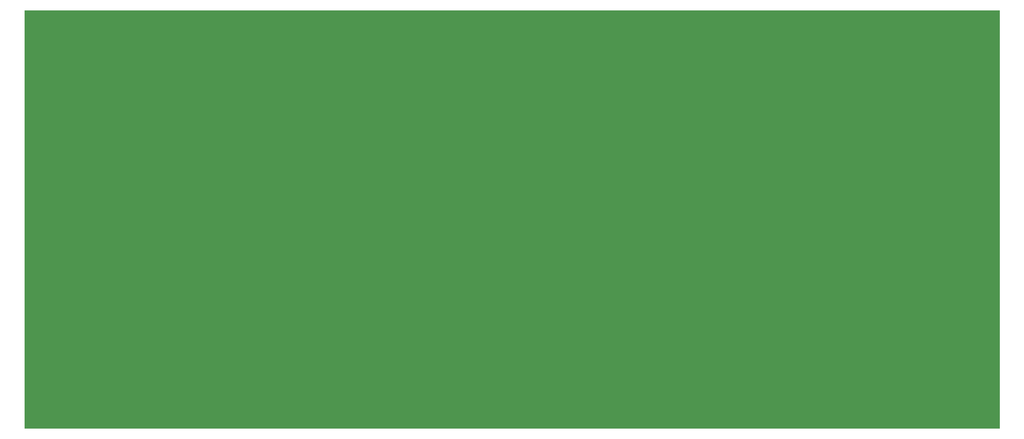
<source format=gbr>
%TF.GenerationSoftware,KiCad,Pcbnew,(6.0.7)*%
%TF.CreationDate,2022-08-16T16:21:00+02:00*%
%TF.ProjectId,MHS_Mobile_Hardware_Sampler_V4,4d48535f-4d6f-4626-996c-655f48617264,rev?*%
%TF.SameCoordinates,Original*%
%TF.FileFunction,Profile,NP*%
%FSLAX46Y46*%
G04 Gerber Fmt 4.6, Leading zero omitted, Abs format (unit mm)*
G04 Created by KiCad (PCBNEW (6.0.7)) date 2022-08-16 16:21:00*
%MOMM*%
%LPD*%
G01*
G04 APERTURE LIST*
%TA.AperFunction,Profile*%
%ADD10C,0.100000*%
%TD*%
G04 APERTURE END LIST*
D10*
X17000000Y-18000000D02*
X215000000Y-18000000D01*
X215000000Y-18000000D02*
X215000000Y-103000000D01*
X215000000Y-103000000D02*
X17000000Y-103000000D01*
X17000000Y-103000000D02*
X17000000Y-18000000D01*
G36*
X214942121Y-18020002D02*
G01*
X214988614Y-18073658D01*
X215000000Y-18126000D01*
X215000000Y-102874000D01*
X214979998Y-102942121D01*
X214926342Y-102988614D01*
X214874000Y-103000000D01*
X17126000Y-103000000D01*
X17057879Y-102979998D01*
X17011386Y-102926342D01*
X17000000Y-102874000D01*
X17000000Y-18126000D01*
X17020002Y-18057879D01*
X17073658Y-18011386D01*
X17126000Y-18000000D01*
X214874000Y-18000000D01*
X214942121Y-18020002D01*
G37*
M02*

</source>
